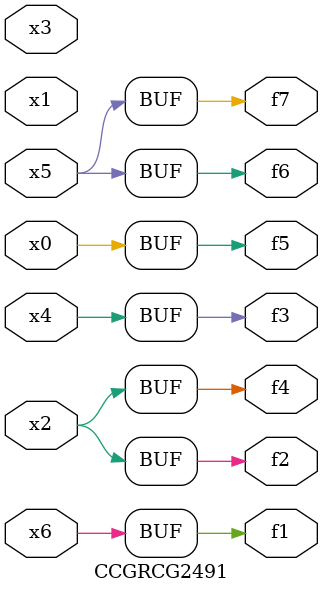
<source format=v>
module CCGRCG2491(
	input x0, x1, x2, x3, x4, x5, x6,
	output f1, f2, f3, f4, f5, f6, f7
);
	assign f1 = x6;
	assign f2 = x2;
	assign f3 = x4;
	assign f4 = x2;
	assign f5 = x0;
	assign f6 = x5;
	assign f7 = x5;
endmodule

</source>
